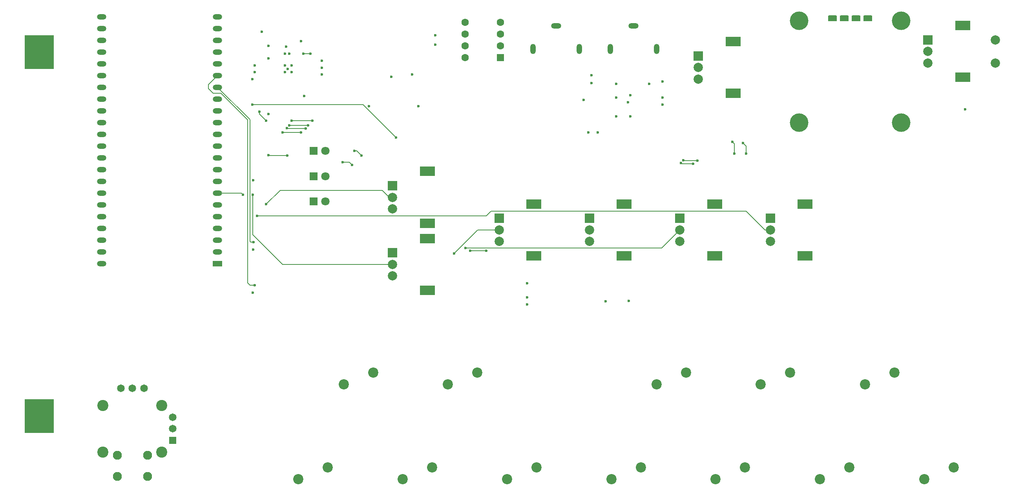
<source format=gbr>
%TF.GenerationSoftware,KiCad,Pcbnew,9.0.0*%
%TF.CreationDate,2026-01-06T01:29:00-05:00*%
%TF.ProjectId,NanoFreak,4e616e6f-4672-4656-916b-2e6b69636164,rev?*%
%TF.SameCoordinates,Original*%
%TF.FileFunction,Copper,L4,Bot*%
%TF.FilePolarity,Positive*%
%FSLAX46Y46*%
G04 Gerber Fmt 4.6, Leading zero omitted, Abs format (unit mm)*
G04 Created by KiCad (PCBNEW 9.0.0) date 2026-01-06 01:29:00*
%MOMM*%
%LPD*%
G01*
G04 APERTURE LIST*
G04 Aperture macros list*
%AMRoundRect*
0 Rectangle with rounded corners*
0 $1 Rounding radius*
0 $2 $3 $4 $5 $6 $7 $8 $9 X,Y pos of 4 corners*
0 Add a 4 corners polygon primitive as box body*
4,1,4,$2,$3,$4,$5,$6,$7,$8,$9,$2,$3,0*
0 Add four circle primitives for the rounded corners*
1,1,$1+$1,$2,$3*
1,1,$1+$1,$4,$5*
1,1,$1+$1,$6,$7*
1,1,$1+$1,$8,$9*
0 Add four rect primitives between the rounded corners*
20,1,$1+$1,$2,$3,$4,$5,0*
20,1,$1+$1,$4,$5,$6,$7,0*
20,1,$1+$1,$6,$7,$8,$9,0*
20,1,$1+$1,$8,$9,$2,$3,0*%
G04 Aperture macros list end*
%TA.AperFunction,ComponentPad*%
%ADD10C,2.200000*%
%TD*%
%TA.AperFunction,ComponentPad*%
%ADD11R,2.000000X2.000000*%
%TD*%
%TA.AperFunction,ComponentPad*%
%ADD12C,2.000000*%
%TD*%
%TA.AperFunction,ComponentPad*%
%ADD13R,3.200000X2.000000*%
%TD*%
%TA.AperFunction,ComponentPad*%
%ADD14R,1.800000X1.800000*%
%TD*%
%TA.AperFunction,ComponentPad*%
%ADD15C,1.800000*%
%TD*%
%TA.AperFunction,ComponentPad*%
%ADD16R,2.000000X1.200000*%
%TD*%
%TA.AperFunction,ComponentPad*%
%ADD17O,2.000000X1.200000*%
%TD*%
%TA.AperFunction,ComponentPad*%
%ADD18C,1.950000*%
%TD*%
%TA.AperFunction,ComponentPad*%
%ADD19C,2.400000*%
%TD*%
%TA.AperFunction,ComponentPad*%
%ADD20R,1.650000X1.650000*%
%TD*%
%TA.AperFunction,ComponentPad*%
%ADD21C,1.650000*%
%TD*%
%TA.AperFunction,WasherPad*%
%ADD22C,4.000000*%
%TD*%
%TA.AperFunction,ComponentPad*%
%ADD23RoundRect,0.190500X-0.762000X-0.444500X0.762000X-0.444500X0.762000X0.444500X-0.762000X0.444500X0*%
%TD*%
%TA.AperFunction,ComponentPad*%
%ADD24O,1.200000X2.200000*%
%TD*%
%TA.AperFunction,ComponentPad*%
%ADD25O,2.200000X1.200000*%
%TD*%
%TA.AperFunction,ComponentPad*%
%ADD26RoundRect,0.250000X0.550000X0.550000X-0.550000X0.550000X-0.550000X-0.550000X0.550000X-0.550000X0*%
%TD*%
%TA.AperFunction,ComponentPad*%
%ADD27C,1.600000*%
%TD*%
%TA.AperFunction,SMDPad,CuDef*%
%ADD28R,6.350000X7.340000*%
%TD*%
%TA.AperFunction,ViaPad*%
%ADD29C,0.600000*%
%TD*%
%TA.AperFunction,Conductor*%
%ADD30C,0.200000*%
%TD*%
G04 APERTURE END LIST*
D10*
%TO.P,SW11,1,1*%
%TO.N,Net-(U5-GPB1)*%
X171540000Y-100420000D03*
%TO.P,SW11,2,2*%
%TO.N,GND*%
X165190000Y-102960000D03*
%TD*%
D11*
%TO.P,RV2,1,1*%
%TO.N,GND*%
X150725000Y-67080000D03*
D12*
%TO.P,RV2,2,2*%
%TO.N,Decay*%
X150725000Y-69580000D03*
%TO.P,RV2,3,3*%
%TO.N,+3.3V*%
X150725000Y-72080000D03*
D13*
%TO.P,RV2,MP*%
%TO.N,N/C*%
X158225000Y-63980000D03*
X158225000Y-75180000D03*
%TD*%
D11*
%TO.P,RV5,1,1*%
%TO.N,GND*%
X108225000Y-60025000D03*
D12*
%TO.P,RV5,2,2*%
%TO.N,Cutoff*%
X108225000Y-62525000D03*
%TO.P,RV5,3,3*%
%TO.N,+3.3V*%
X108225000Y-65025000D03*
D13*
%TO.P,RV5,MP*%
%TO.N,N/C*%
X115725000Y-56925000D03*
X115725000Y-68125000D03*
%TD*%
D10*
%TO.P,SW12,1,1*%
%TO.N,Net-(U5-GPB0)*%
X184290000Y-120880000D03*
%TO.P,SW12,2,2*%
%TO.N,GND*%
X177940000Y-123420000D03*
%TD*%
%TO.P,SW14,1,1*%
%TO.N,Net-(U5-GPB2)*%
X206790000Y-120880000D03*
%TO.P,SW14,2,2*%
%TO.N,GND*%
X200440000Y-123420000D03*
%TD*%
D14*
%TO.P,D7,1,K*%
%TO.N,GND*%
X91230000Y-63440000D03*
D15*
%TO.P,D7,2,A*%
%TO.N,Net-(D7-A)*%
X93770000Y-63440000D03*
%TD*%
D11*
%TO.P,RV3,1,1*%
%TO.N,GND*%
X170225000Y-67080000D03*
D12*
%TO.P,RV3,2,2*%
%TO.N,Sustain*%
X170225000Y-69580000D03*
%TO.P,RV3,3,3*%
%TO.N,+3.3V*%
X170225000Y-72080000D03*
D13*
%TO.P,RV3,MP*%
%TO.N,N/C*%
X177725000Y-63980000D03*
X177725000Y-75180000D03*
%TD*%
D11*
%TO.P,RV4,1,1*%
%TO.N,GND*%
X189725000Y-67080000D03*
D12*
%TO.P,RV4,2,2*%
%TO.N,Release*%
X189725000Y-69580000D03*
%TO.P,RV4,3,3*%
%TO.N,+3.3V*%
X189725000Y-72080000D03*
D13*
%TO.P,RV4,MP*%
%TO.N,N/C*%
X197225000Y-63980000D03*
X197225000Y-75180000D03*
%TD*%
D10*
%TO.P,SW5,1,1*%
%TO.N,Net-(U5-GPA3)*%
X94290000Y-120880000D03*
%TO.P,SW5,2,2*%
%TO.N,GND*%
X87940000Y-123420000D03*
%TD*%
%TO.P,SW15,1,1*%
%TO.N,Net-(U5-GPB5)*%
X216540000Y-100420000D03*
%TO.P,SW15,2,2*%
%TO.N,GND*%
X210190000Y-102960000D03*
%TD*%
%TO.P,SW16,1,1*%
%TO.N,Net-(U5-GPB4)*%
X229290000Y-120880000D03*
%TO.P,SW16,2,2*%
%TO.N,GND*%
X222940000Y-123420000D03*
%TD*%
D16*
%TO.P,U1,1,3V3*%
%TO.N,+3.3V*%
X70496320Y-76837280D03*
D17*
%TO.P,U1,2,3V3*%
X70496320Y-74297280D03*
%TO.P,U1,3,CHIP_PU*%
%TO.N,unconnected-(U1-CHIP_PU-Pad3)*%
X70496320Y-71757280D03*
%TO.P,U1,4,GPIO4/ADC1_CH3*%
%TO.N,Sustain*%
X70496320Y-69217280D03*
%TO.P,U1,5,GPIO5/ADC1_CH4*%
%TO.N,Release*%
X70496320Y-66677280D03*
%TO.P,U1,6,GPIO6/ADC1_CH5*%
%TO.N,Cutoff*%
X70496320Y-64137280D03*
%TO.P,U1,7,GPIO7/ADC1_CH6*%
%TO.N,Resonance*%
X70496320Y-61597280D03*
%TO.P,U1,8,GPIO15/ADC2_CH4/32K_P*%
%TO.N,MIDI IN*%
X70496320Y-59057280D03*
%TO.P,U1,9,GPIO16/ADC2_CH5/32K_N*%
%TO.N,Rotary A*%
X70496320Y-56517280D03*
%TO.P,U1,10,GPIO17/ADC2_CH6*%
%TO.N,STICKX*%
X70496320Y-53977280D03*
%TO.P,U1,11,GPIO18/ADC2_CH7*%
%TO.N,STICKY*%
X70496320Y-51437280D03*
%TO.P,U1,12,GPIO8/ADC1_CH7*%
%TO.N,Volume*%
X70496320Y-48897280D03*
%TO.P,U1,13,GPIO3/ADC1_CH2*%
%TO.N,unconnected-(U1-GPIO3{slash}ADC1_CH2-Pad13)*%
X70496320Y-46357280D03*
%TO.P,U1,14,GPIO46*%
%TO.N,unconnected-(U1-GPIO46-Pad14)*%
X70496320Y-43817280D03*
%TO.P,U1,15,GPIO9/ADC1_CH8*%
%TO.N,Shift Key*%
X70496320Y-41277280D03*
%TO.P,U1,16,GPIO10/ADC1_CH9*%
%TO.N,OCT +*%
X70496320Y-38737280D03*
%TO.P,U1,17,GPIO11/ADC2_CH0*%
%TO.N,OCT -*%
X70496320Y-36197280D03*
%TO.P,U1,18,GPIO12/ADC2_CH1*%
%TO.N,unconnected-(U1-GPIO12{slash}ADC2_CH1-Pad18)*%
X70496320Y-33657280D03*
%TO.P,U1,19,GPIO13/ADC2_CH2*%
%TO.N,unconnected-(U1-GPIO13{slash}ADC2_CH2-Pad19)*%
X70496320Y-31117280D03*
%TO.P,U1,20,GPIO14/ADC2_CH3*%
%TO.N,unconnected-(U1-GPIO14{slash}ADC2_CH3-Pad20)*%
X70500000Y-28580000D03*
%TO.P,U1,21,5V*%
%TO.N,+5V*%
X70500000Y-26040000D03*
%TO.P,U1,22,GND*%
%TO.N,GND*%
X70500000Y-23500000D03*
%TO.P,U1,23,GND*%
X45496320Y-23497280D03*
%TO.P,U1,24,GND*%
X45496320Y-26037280D03*
%TO.P,U1,25,GPIO19/USB_D-*%
%TO.N,unconnected-(U1-GPIO19{slash}USB_D--Pad25)*%
X45496320Y-28577280D03*
%TO.P,U1,26,GPIO20/USB_D+*%
%TO.N,unconnected-(U1-GPIO20{slash}USB_D+-Pad26)*%
X45496320Y-31117280D03*
%TO.P,U1,27,GPIO21*%
%TO.N,DIN*%
X45496320Y-33657280D03*
%TO.P,U1,28,GPIO47*%
%TO.N,CLK*%
X45496320Y-36197280D03*
%TO.P,U1,29,GPIO48*%
%TO.N,unconnected-(U1-GPIO48-Pad29)*%
X45496320Y-38737280D03*
%TO.P,U1,30,GPIO45*%
%TO.N,unconnected-(U1-GPIO45-Pad30)*%
X45496320Y-41277280D03*
%TO.P,U1,31,GPIO0*%
%TO.N,unconnected-(U1-GPIO0-Pad31)*%
X45496320Y-43817280D03*
%TO.P,U1,32,GPIO35*%
%TO.N,BCK*%
X45496320Y-46357280D03*
%TO.P,U1,33,GPIO36*%
%TO.N,LRCK*%
X45496320Y-48897280D03*
%TO.P,U1,34,GPIO37*%
%TO.N,CMD*%
X45496320Y-51437280D03*
%TO.P,U1,35,GPIO38*%
%TO.N,DAT0*%
X45496320Y-53977280D03*
%TO.P,U1,36,GPIO39/MTCK*%
%TO.N,I2C SCK*%
X45496320Y-56517280D03*
%TO.P,U1,37,GPIO40/MTDO*%
%TO.N,I2C SDA*%
X45496320Y-59057280D03*
%TO.P,U1,38,GPIO41/MTDI*%
%TO.N,Rotary B*%
X45496320Y-61597280D03*
%TO.P,U1,39,GPIO42/MTMS*%
%TO.N,Rotary SW*%
X45496320Y-64137280D03*
%TO.P,U1,40,GPIO2/ADC1_CH1*%
%TO.N,Decay*%
X45496320Y-66677280D03*
%TO.P,U1,41,GPIO1/ADC1_CH0*%
%TO.N,Attack*%
X45496320Y-69217280D03*
%TO.P,U1,42,GPIO44/U0RXD*%
%TO.N,unconnected-(U1-GPIO44{slash}U0RXD-Pad42)*%
X45496320Y-71757280D03*
%TO.P,U1,43,GPIO43/U0TXD*%
%TO.N,unconnected-(U1-GPIO43{slash}U0TXD-Pad43)*%
X45496320Y-74297280D03*
%TO.P,U1,44,GND*%
%TO.N,GND*%
X45496320Y-76837280D03*
%TD*%
D18*
%TO.P,U7,A*%
%TO.N,N/C*%
X48862500Y-118300000D03*
%TO.P,U7,B*%
X55362500Y-118300000D03*
%TO.P,U7,C*%
X48862500Y-122800000D03*
%TO.P,U7,D*%
X55362500Y-122800000D03*
D19*
%TO.P,U7,S1*%
X58437500Y-107550000D03*
%TO.P,U7,S2*%
X45787500Y-107550000D03*
%TO.P,U7,S3*%
X45787500Y-117550000D03*
%TO.P,U7,S4*%
X58437500Y-117550000D03*
D20*
%TO.P,U7,VR1_1*%
%TO.N,+3.3V*%
X60842500Y-115050000D03*
D21*
%TO.P,U7,VR1_2*%
%TO.N,STICKX*%
X60842500Y-112550000D03*
%TO.P,U7,VR1_3*%
%TO.N,GND*%
X60842500Y-110050000D03*
%TO.P,U7,VR2_1*%
%TO.N,+3.3V*%
X54612500Y-103820000D03*
%TO.P,U7,VR2_2*%
%TO.N,STICKY*%
X52112500Y-103820000D03*
%TO.P,U7,VR2_3*%
%TO.N,GND*%
X49612500Y-103820000D03*
%TD*%
D11*
%TO.P,RV7,1,1*%
%TO.N,GND*%
X174225000Y-31975000D03*
D12*
%TO.P,RV7,2,2*%
%TO.N,Volume*%
X174225000Y-34475000D03*
%TO.P,RV7,3,3*%
%TO.N,+3.3V*%
X174225000Y-36975000D03*
D13*
%TO.P,RV7,MP*%
%TO.N,N/C*%
X181725000Y-28875000D03*
X181725000Y-40075000D03*
%TD*%
D10*
%TO.P,SW8,1,1*%
%TO.N,Net-(U5-GPA4)*%
X126540000Y-100420000D03*
%TO.P,SW8,2,2*%
%TO.N,GND*%
X120190000Y-102960000D03*
%TD*%
D22*
%TO.P,U8,*%
%TO.N,*%
X195940000Y-24390000D03*
X195940000Y-46390000D03*
X217940000Y-24390000D03*
X217940000Y-46390000D03*
D23*
%TO.P,U8,1,GND*%
%TO.N,GND*%
X203110000Y-23890000D03*
%TO.P,U8,2,VCC*%
%TO.N,+3.3V*%
X205650000Y-23890000D03*
%TO.P,U8,3,SCL*%
%TO.N,I2C SCK*%
X208190000Y-23890000D03*
%TO.P,U8,4,SDA*%
%TO.N,I2C SDA*%
X210730000Y-23890000D03*
%TD*%
D11*
%TO.P,SW1,A,A*%
%TO.N,Rotary A*%
X223750000Y-28500000D03*
D12*
%TO.P,SW1,B,B*%
%TO.N,Rotary B*%
X223750000Y-33500000D03*
%TO.P,SW1,C,C*%
%TO.N,GND*%
X223750000Y-31000000D03*
D13*
%TO.P,SW1,MP*%
%TO.N,N/C*%
X231250000Y-25400000D03*
X231250000Y-36600000D03*
D12*
%TO.P,SW1,S1,S1*%
%TO.N,Rotary SW*%
X238250000Y-33500000D03*
%TO.P,SW1,S2,S2*%
%TO.N,GND*%
X238250000Y-28500000D03*
%TD*%
D10*
%TO.P,SW6,1,1*%
%TO.N,Net-(U5-GPA5)*%
X104040000Y-100420000D03*
%TO.P,SW6,2,2*%
%TO.N,GND*%
X97690000Y-102960000D03*
%TD*%
%TO.P,SW9,1,1*%
%TO.N,Net-(U5-GPA1)*%
X139290000Y-120880000D03*
%TO.P,SW9,2,2*%
%TO.N,GND*%
X132940000Y-123420000D03*
%TD*%
D11*
%TO.P,RV6,1,1*%
%TO.N,GND*%
X108225000Y-74525000D03*
D12*
%TO.P,RV6,2,2*%
%TO.N,Resonance*%
X108225000Y-77025000D03*
%TO.P,RV6,3,3*%
%TO.N,+3.3V*%
X108225000Y-79525000D03*
D13*
%TO.P,RV6,MP*%
%TO.N,N/C*%
X115725000Y-71425000D03*
X115725000Y-82625000D03*
%TD*%
D10*
%TO.P,SW7,1,1*%
%TO.N,Net-(U5-GPA2)*%
X116790000Y-120880000D03*
%TO.P,SW7,2,2*%
%TO.N,GND*%
X110440000Y-123420000D03*
%TD*%
D24*
%TO.P,J2,R*%
%TO.N,Net-(D4-A)*%
X148500000Y-30500000D03*
D25*
%TO.P,J2,S*%
%TO.N,unconnected-(J2-PadS)*%
X143500000Y-25500000D03*
D24*
%TO.P,J2,T*%
%TO.N,Net-(J2-PadT)*%
X138500000Y-30500000D03*
%TD*%
D10*
%TO.P,SW10,1,1*%
%TO.N,Net-(U5-GPA0)*%
X161790000Y-120880000D03*
%TO.P,SW10,2,2*%
%TO.N,GND*%
X155440000Y-123420000D03*
%TD*%
D14*
%TO.P,D6,1,K*%
%TO.N,GND*%
X91230000Y-57970000D03*
D15*
%TO.P,D6,2,A*%
%TO.N,Net-(D6-A)*%
X93770000Y-57970000D03*
%TD*%
D26*
%TO.P,U4,1,NC*%
%TO.N,unconnected-(U4-NC-Pad1)*%
X131500000Y-32310000D03*
D27*
%TO.P,U4,2,C1*%
%TO.N,Net-(D4-K)*%
X131500000Y-29770000D03*
%TO.P,U4,3,C2*%
%TO.N,Net-(D4-A)*%
X131500000Y-27230000D03*
%TO.P,U4,4,NC*%
%TO.N,unconnected-(U4-NC-Pad4)*%
X131500000Y-24690000D03*
%TO.P,U4,5,GND*%
%TO.N,GND*%
X123880000Y-24690000D03*
%TO.P,U4,6,VO2*%
%TO.N,MIDI IN*%
X123880000Y-27230000D03*
%TO.P,U4,7,VO1*%
%TO.N,Net-(U4-VO1)*%
X123880000Y-29770000D03*
%TO.P,U4,8,VCC*%
%TO.N,+3.3V*%
X123880000Y-32310000D03*
%TD*%
D24*
%TO.P,J1,R*%
%TO.N,Net-(C3-Pad1)*%
X165230000Y-30500000D03*
D25*
%TO.P,J1,S*%
%TO.N,GND*%
X160230000Y-25500000D03*
D24*
%TO.P,J1,T*%
%TO.N,Net-(C4-Pad1)*%
X155230000Y-30500000D03*
%TD*%
D10*
%TO.P,SW13,1,1*%
%TO.N,Net-(U5-GPB3)*%
X194040000Y-100420000D03*
%TO.P,SW13,2,2*%
%TO.N,GND*%
X187690000Y-102960000D03*
%TD*%
D14*
%TO.P,D5,1,K*%
%TO.N,GND*%
X91230000Y-52500000D03*
D15*
%TO.P,D5,2,A*%
%TO.N,Net-(D5-A)*%
X93770000Y-52500000D03*
%TD*%
D11*
%TO.P,RV1,1,1*%
%TO.N,GND*%
X131225000Y-67080000D03*
D12*
%TO.P,RV1,2,2*%
%TO.N,Attack*%
X131225000Y-69580000D03*
%TO.P,RV1,3,3*%
%TO.N,+3.3V*%
X131225000Y-72080000D03*
D13*
%TO.P,RV1,MP*%
%TO.N,N/C*%
X138725000Y-63980000D03*
X138725000Y-75180000D03*
%TD*%
D28*
%TO.P,BT1,1,+*%
%TO.N,Net-(BT1-+)*%
X32000000Y-31170000D03*
%TO.P,BT1,2,-*%
%TO.N,GND*%
X32000000Y-109830000D03*
%TD*%
D29*
%TO.N,Net-(BT1-+)*%
X34500000Y-28500000D03*
%TO.N,+3.3V*%
X78500000Y-35500000D03*
X152500000Y-48500000D03*
X166500000Y-42500000D03*
X85275000Y-30000000D03*
X103175000Y-42825000D03*
X151137500Y-37862500D03*
X163637500Y-38000000D03*
X159230000Y-84920000D03*
X117500000Y-27500000D03*
X108000000Y-36500000D03*
X89150000Y-40650000D03*
X113825000Y-42825000D03*
X137230000Y-84135000D03*
%TO.N,LRCK*%
X89487851Y-47614579D03*
X85434313Y-47565687D03*
%TO.N,DIN*%
X81000000Y-46000000D03*
X79500000Y-44000000D03*
X86000000Y-47000000D03*
X90000000Y-47000000D03*
%TO.N,BCK*%
X86500000Y-46000000D03*
X91000000Y-46000000D03*
%TO.N,Net-(U3-CE)*%
X89000000Y-31500000D03*
X90500000Y-31500000D03*
%TO.N,Resonance*%
X78100000Y-62000000D03*
X76000000Y-62000000D03*
%TO.N,Sustain*%
X170225000Y-69580000D03*
X124000000Y-73500000D03*
%TO.N,Attack*%
X121500000Y-74700000D03*
%TO.N,Release*%
X79000000Y-66500000D03*
X189725000Y-69580000D03*
%TO.N,Decay*%
X128500000Y-74100000D03*
X125000000Y-74100000D03*
%TO.N,+5V*%
X86000000Y-31500000D03*
X85000000Y-31500000D03*
X81500000Y-44500000D03*
X81500000Y-32500000D03*
%TO.N,I2C SDA*%
X184500000Y-53100000D03*
X183810000Y-50810000D03*
%TO.N,Volume*%
X88500000Y-48500000D03*
X84500000Y-48500000D03*
%TO.N,I2C SCK*%
X181540000Y-50540000D03*
X182000000Y-53100000D03*
%TO.N,Cutoff*%
X81000000Y-64000000D03*
%TO.N,GND*%
X156500000Y-45000000D03*
X78500000Y-34000000D03*
X156500000Y-38000000D03*
X78000000Y-37000000D03*
X156500000Y-41000000D03*
X81500000Y-29775000D03*
X30000000Y-112500000D03*
X166500000Y-37500000D03*
X86500000Y-34000000D03*
X93000000Y-36000000D03*
X137230000Y-81135000D03*
X117500000Y-29500000D03*
X93000000Y-33000000D03*
X159500000Y-45000000D03*
X93000000Y-34500000D03*
X150500000Y-48500000D03*
X149500000Y-41500000D03*
X151137500Y-36137500D03*
X80000000Y-26775000D03*
X88500000Y-28775000D03*
X78200000Y-58800000D03*
X78200000Y-73800000D03*
X159000000Y-42000000D03*
X159500000Y-40500000D03*
X85000000Y-35500000D03*
X112500000Y-36000000D03*
X32000000Y-112500000D03*
X166500000Y-41000000D03*
X231750000Y-43500000D03*
X85000000Y-34000000D03*
X34000000Y-112500000D03*
X86500000Y-35500000D03*
X137230000Y-85635000D03*
X85605000Y-34757500D03*
X154230000Y-84960000D03*
X78100000Y-83100000D03*
%TO.N,Net-(U5-GPB7)*%
X100000000Y-52500000D03*
X101500000Y-53500000D03*
%TO.N,Net-(U5-GPB6)*%
X97500000Y-54900000D03*
X99500000Y-55500000D03*
%TO.N,Shift Key*%
X78000000Y-42500000D03*
X173074265Y-55274265D03*
X170434313Y-55065687D03*
X109000000Y-49600000D03*
%TO.N,Rotary A*%
X81500000Y-53400000D03*
X85500000Y-53500000D03*
%TO.N,OCT +*%
X78300000Y-72200000D03*
%TO.N,OCT -*%
X78500000Y-81500000D03*
%TO.N,Rotary SW*%
X174000000Y-54600000D03*
X171000000Y-54500000D03*
%TD*%
D30*
%TO.N,LRCK*%
X85483205Y-47614579D02*
X85434313Y-47565687D01*
X89487851Y-47614579D02*
X85483205Y-47614579D01*
%TO.N,DIN*%
X79500000Y-44000000D02*
X79500000Y-44500000D01*
X90000000Y-47000000D02*
X86000000Y-47000000D01*
X79500000Y-44500000D02*
X81000000Y-46000000D01*
%TO.N,BCK*%
X86500000Y-46000000D02*
X91000000Y-46000000D01*
%TO.N,Net-(U3-CE)*%
X90500000Y-31500000D02*
X89000000Y-31500000D01*
%TO.N,Resonance*%
X78100000Y-70600000D02*
X84525000Y-77025000D01*
X75597280Y-61597280D02*
X76000000Y-62000000D01*
X84525000Y-77025000D02*
X108225000Y-77025000D01*
X78100000Y-62000000D02*
X78100000Y-70600000D01*
X70496320Y-61597280D02*
X75597280Y-61597280D01*
%TO.N,Sustain*%
X166305000Y-73500000D02*
X170225000Y-69580000D01*
X124000000Y-73500000D02*
X166305000Y-73500000D01*
%TO.N,Attack*%
X121500000Y-74700000D02*
X126620000Y-69580000D01*
X126620000Y-69580000D02*
X131225000Y-69580000D01*
%TO.N,Release*%
X184500000Y-65500000D02*
X188580000Y-69580000D01*
X128500000Y-66500000D02*
X129500000Y-65500000D01*
X79000000Y-66500000D02*
X128500000Y-66500000D01*
X129500000Y-65500000D02*
X184500000Y-65500000D01*
X188580000Y-69580000D02*
X189725000Y-69580000D01*
%TO.N,Decay*%
X125000000Y-74100000D02*
X128500000Y-74100000D01*
%TO.N,I2C SDA*%
X184500000Y-51500000D02*
X183810000Y-50810000D01*
X184500000Y-53100000D02*
X184500000Y-51500000D01*
%TO.N,Volume*%
X88500000Y-48500000D02*
X84500000Y-48500000D01*
%TO.N,I2C SCK*%
X182000000Y-53100000D02*
X182000000Y-51000000D01*
X182000000Y-51000000D02*
X181540000Y-50540000D01*
%TO.N,Cutoff*%
X84000000Y-61000000D02*
X106000000Y-61000000D01*
X106000000Y-61000000D02*
X107525000Y-62525000D01*
X81000000Y-64000000D02*
X84000000Y-61000000D01*
X107525000Y-62525000D02*
X108225000Y-62525000D01*
%TO.N,Net-(U5-GPB7)*%
X100500000Y-52500000D02*
X101500000Y-53500000D01*
X100000000Y-52500000D02*
X100500000Y-52500000D01*
%TO.N,Net-(U5-GPB6)*%
X97500000Y-54900000D02*
X98900000Y-54900000D01*
X98900000Y-54900000D02*
X99500000Y-55500000D01*
%TO.N,Shift Key*%
X170434313Y-55065687D02*
X170642891Y-55274265D01*
X78000000Y-42500000D02*
X101900000Y-42500000D01*
X170642891Y-55274265D02*
X173074265Y-55274265D01*
X101900000Y-42500000D02*
X109000000Y-49600000D01*
%TO.N,Rotary A*%
X85500000Y-53500000D02*
X81600000Y-53500000D01*
X81600000Y-53500000D02*
X81500000Y-53400000D01*
%TO.N,OCT +*%
X77500000Y-72000000D02*
X77500000Y-45740960D01*
X77700000Y-72200000D02*
X77500000Y-72000000D01*
X77500000Y-45740960D02*
X70496320Y-38737280D01*
X78300000Y-72200000D02*
X77700000Y-72200000D01*
%TO.N,OCT -*%
X77000000Y-81000000D02*
X77000000Y-45808060D01*
X71191940Y-40000000D02*
X69500000Y-40000000D01*
X77000000Y-45808060D02*
X71191940Y-40000000D01*
X68500000Y-39000000D02*
X68500000Y-38193600D01*
X78500000Y-81500000D02*
X77500000Y-81500000D01*
X69500000Y-40000000D02*
X68500000Y-39000000D01*
X68500000Y-38193600D02*
X70496320Y-36197280D01*
X77500000Y-81500000D02*
X77000000Y-81000000D01*
%TO.N,Rotary SW*%
X174000000Y-54600000D02*
X171100000Y-54600000D01*
X171100000Y-54600000D02*
X171000000Y-54500000D01*
%TD*%
M02*

</source>
